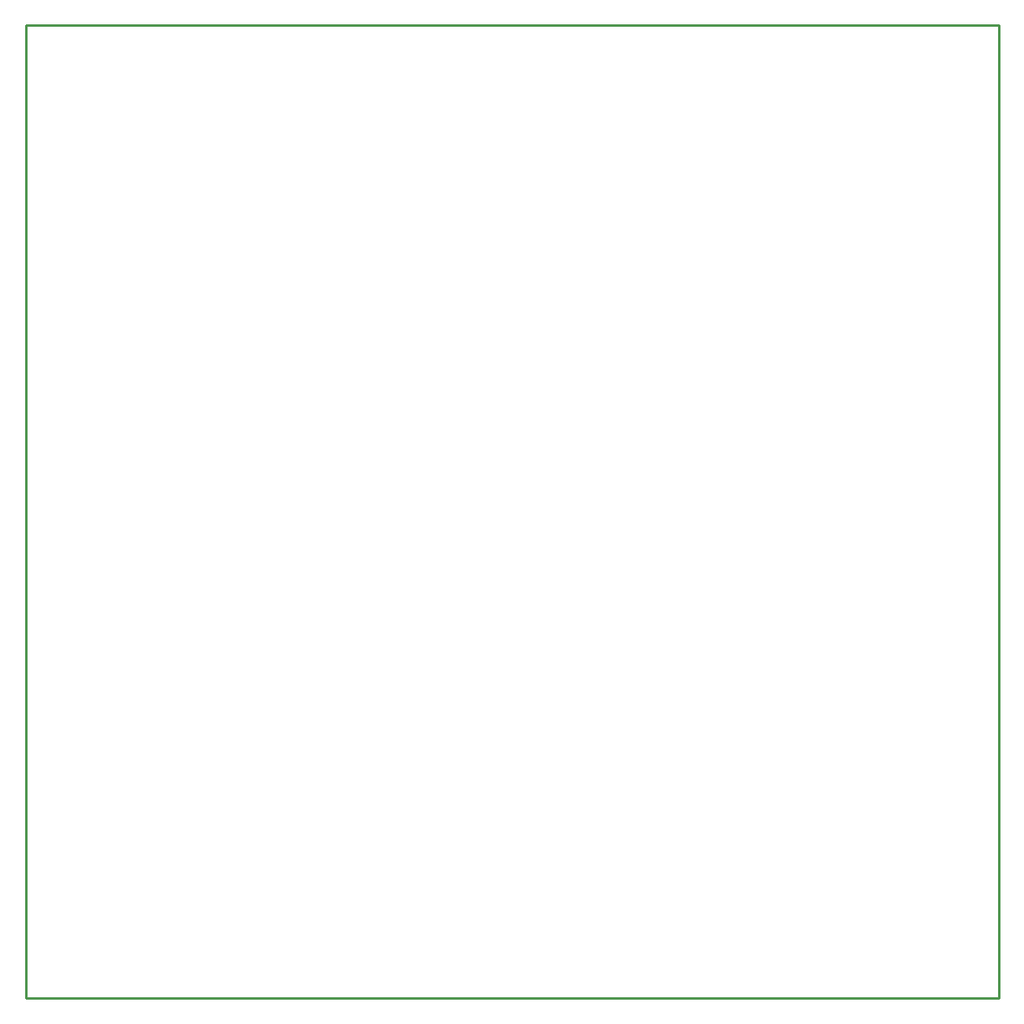
<source format=gko>
G04*
G04 #@! TF.GenerationSoftware,Altium Limited,Altium Designer,18.1.6 (161)*
G04*
G04 Layer_Color=16711935*
%FSLAX25Y25*%
%MOIN*%
G70*
G01*
G75*
%ADD11C,0.01000*%
D11*
X0Y0D02*
Y400000D01*
X400000D01*
Y0D02*
Y400000D01*
X0Y0D02*
X400000D01*
M02*

</source>
